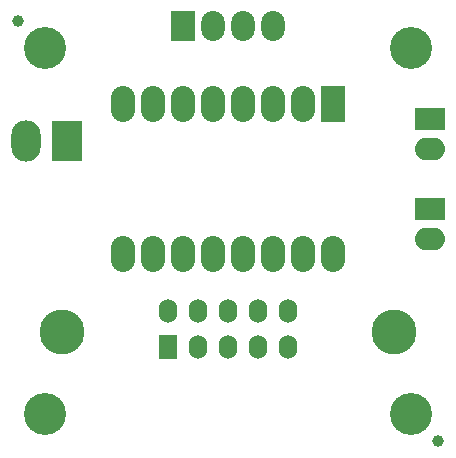
<source format=gts>
%TF.GenerationSoftware,KiCad,Pcbnew,5.1.10*%
%TF.CreationDate,2021-11-04T10:30:20-04:00*%
%TF.ProjectId,stepper_driver,73746570-7065-4725-9f64-72697665722e,1.0*%
%TF.SameCoordinates,Original*%
%TF.FileFunction,Soldermask,Top*%
%TF.FilePolarity,Negative*%
%FSLAX46Y46*%
G04 Gerber Fmt 4.6, Leading zero omitted, Abs format (unit mm)*
G04 Created by KiCad (PCBNEW 5.1.10) date 2021-11-04 10:30:20*
%MOMM*%
%LPD*%
G01*
G04 APERTURE LIST*
%ADD10O,2.000000X2.540000*%
%ADD11R,2.000000X2.540000*%
%ADD12O,2.540000X1.905000*%
%ADD13R,2.540000X1.905000*%
%ADD14C,3.810000*%
%ADD15O,1.524000X2.032000*%
%ADD16R,1.524000X2.032000*%
%ADD17C,1.000000*%
%ADD18C,3.556000*%
%ADD19O,2.032000X3.048000*%
%ADD20R,2.032000X3.048000*%
%ADD21O,2.500000X3.500000*%
%ADD22R,2.500000X3.500000*%
G04 APERTURE END LIST*
D10*
%TO.C,T1*%
X143510000Y-71501000D03*
X140970000Y-71501000D03*
X138430000Y-71501000D03*
D11*
X135890000Y-71501000D03*
%TD*%
D12*
%TO.C,T3*%
X156845000Y-81915000D03*
D13*
X156845000Y-79375000D03*
%TD*%
D12*
%TO.C,T4*%
X156845000Y-89535000D03*
D13*
X156845000Y-86995000D03*
%TD*%
D14*
%TO.C,P1*%
X153733500Y-97409000D03*
X125666500Y-97409000D03*
D15*
X144780000Y-95631000D03*
X144780000Y-98679000D03*
X142240000Y-95631000D03*
X142240000Y-98679000D03*
X139700000Y-95631000D03*
X139700000Y-98679000D03*
X137160000Y-95631000D03*
X137160000Y-98679000D03*
X134620000Y-95631000D03*
D16*
X134620000Y-98679000D03*
%TD*%
D17*
%TO.C,FID1*%
X121920000Y-71120000D03*
%TD*%
%TO.C,FID3*%
X157480000Y-106680000D03*
%TD*%
D18*
%TO.C,MH1*%
X124181000Y-73380600D03*
%TD*%
%TO.C,MH2*%
X155219000Y-73380600D03*
%TD*%
%TO.C,MH3*%
X155219000Y-104419000D03*
%TD*%
%TO.C,MH4*%
X124181000Y-104419000D03*
%TD*%
D19*
%TO.C,SS1*%
X148590000Y-90805000D03*
X146050000Y-90805000D03*
X143510000Y-90805000D03*
X140970000Y-90805000D03*
X138430000Y-90805000D03*
X135890000Y-90805000D03*
X133350000Y-90805000D03*
X130810000Y-90805000D03*
X130810000Y-78105000D03*
X133350000Y-78105000D03*
X135890000Y-78105000D03*
X138430000Y-78105000D03*
X140970000Y-78105000D03*
X143510000Y-78105000D03*
X146050000Y-78105000D03*
D20*
X148590000Y-78105000D03*
%TD*%
D21*
%TO.C,T2*%
X122583000Y-81280000D03*
D22*
X126083000Y-81280000D03*
%TD*%
M02*

</source>
